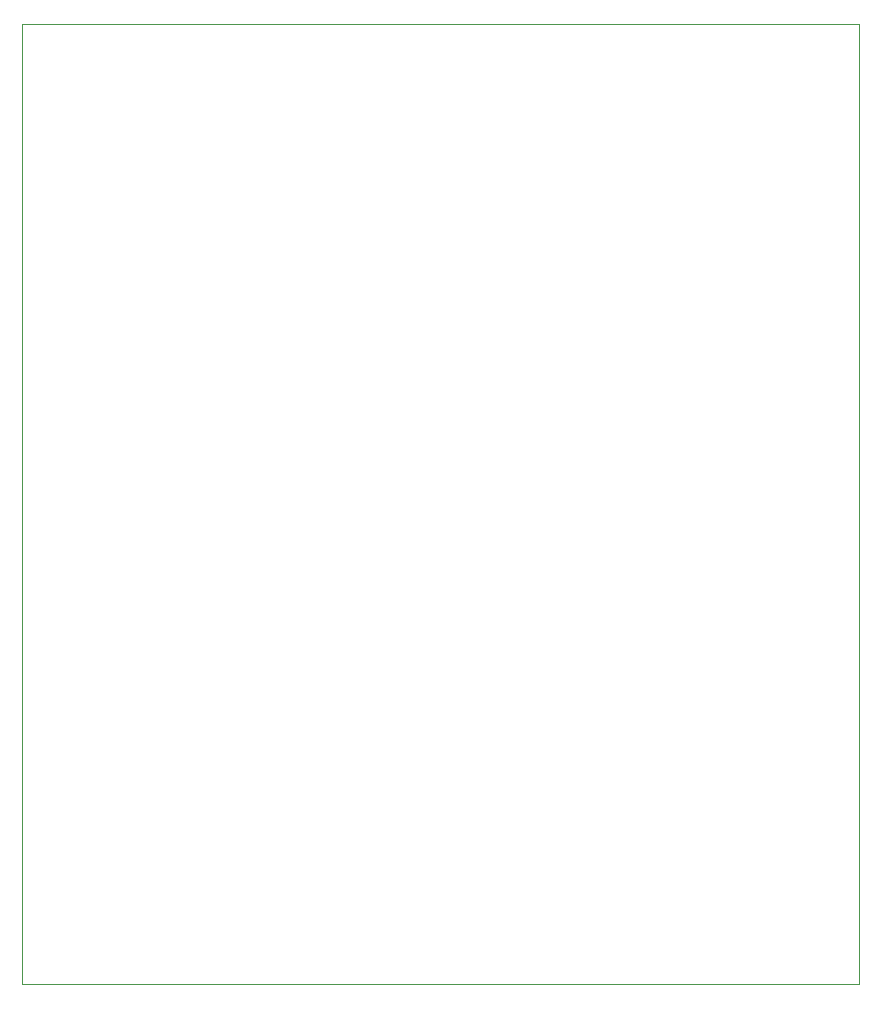
<source format=gbr>
%TF.GenerationSoftware,KiCad,Pcbnew,8.0.2*%
%TF.CreationDate,2024-05-01T23:32:11+01:00*%
%TF.ProjectId,PIC_QuickDevBoard,5049435f-5175-4696-936b-446576426f61,2.2*%
%TF.SameCoordinates,Original*%
%TF.FileFunction,Profile,NP*%
%FSLAX46Y46*%
G04 Gerber Fmt 4.6, Leading zero omitted, Abs format (unit mm)*
G04 Created by KiCad (PCBNEW 8.0.2) date 2024-05-01 23:32:11*
%MOMM*%
%LPD*%
G01*
G04 APERTURE LIST*
%TA.AperFunction,Profile*%
%ADD10C,0.100000*%
%TD*%
G04 APERTURE END LIST*
D10*
X62992000Y-33020000D02*
X133858000Y-33020000D01*
X133858000Y-114300000D01*
X62992000Y-114300000D01*
X62992000Y-33020000D01*
M02*

</source>
